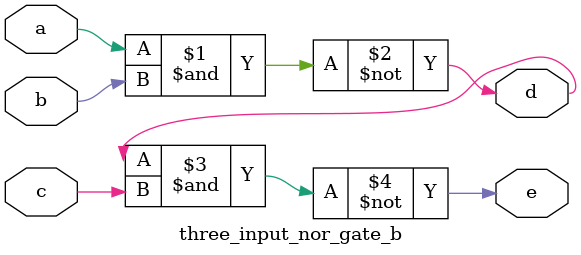
<source format=v>
`timescale 1ns / 1ps

module three_input_nor_gate_b(
    input a, b, c,
    output d, e
);
    
    assign d = ~(a & b);
    assign e = ~(d & c);
endmodule
</source>
